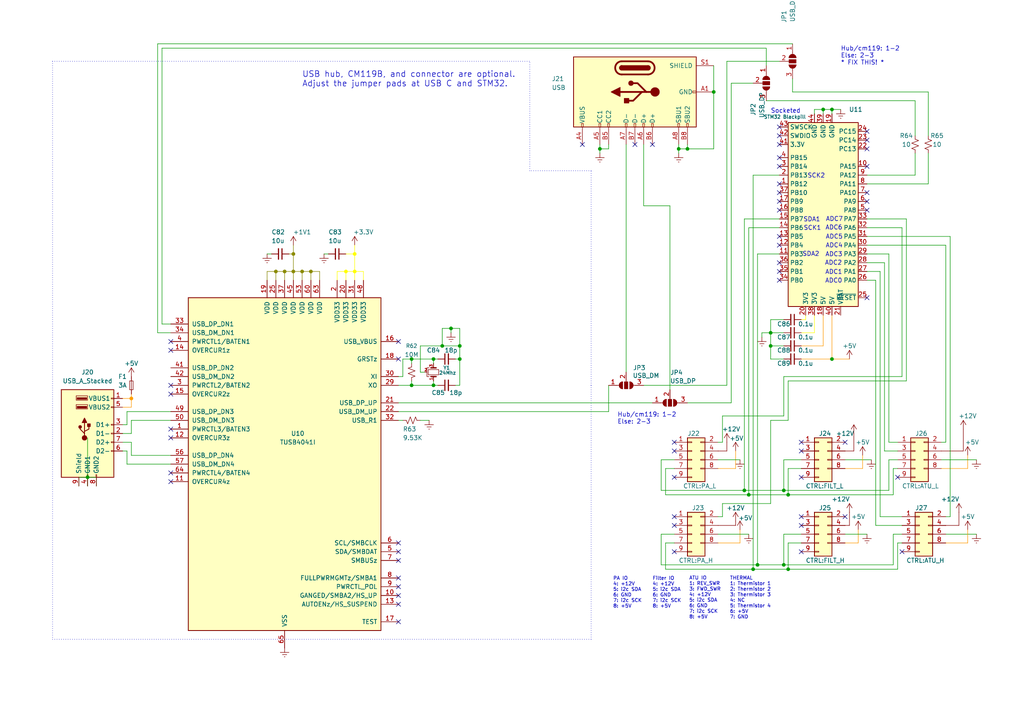
<source format=kicad_sch>
(kicad_sch (version 20231120) (generator "eeschema") (generator_version "8.0")
  (paper "A4")
  (title_block (title "Control Logic") (rev "2023/08/20"))
  (lib_symbols
    (symbol "Connector:USB_A_Stacked" (pin_names (offset 1.016))
      (property "Reference" "J" (at 0 15.875 0))
      (property "Value" "USB_A_Stacked" (at 0 13.97 0))
      (symbol "USB_A_Stacked_1_1"
        (pin power_in line (at 10.16 10.16 180) (length 2.54) (name "VBUS1") (number "1"))
        (pin bidirectional line (at 10.16 0 180) (length 2.54) (name "D1-") (number "2"))
        (pin bidirectional line (at 10.16 2.54 180) (length 2.54) (name "D1+") (number "3"))
        (pin power_in line (at 0 -15.24 90) (length 2.54) (name "GND1") (number "4"))
        (pin power_in line (at 10.16 7.62 180) (length 2.54) (name "VBUS2") (number "5"))
        (pin bidirectional line (at 10.16 -5.08 180) (length 2.54) (name "D2-") (number "6"))
        (pin bidirectional line (at 10.16 -2.54 180) (length 2.54) (name "D2+") (number "7"))
        (pin power_in line (at 2.54 -15.24 90) (length 2.54) (name "GND2") (number "8"))
        (pin passive line (at -2.54 -15.24 90) (length 2.54) (name "Shield") (number "9"))
      )
    )
    (symbol "Connector:USB_C_Receptacle_USB2.0" (pin_names (offset 1.016))
      (property "Reference" "J" (at -10.16 19.05 0))
      (property "Value" "USB_C_Receptacle_USB2.0" (at 19.05 19.05 0))
      (symbol "USB_C_Receptacle_USB2.0_1_1"
        (pin passive line (at 0 -22.86 90) (length 5.08) (name "GND") (number "A1"))
        (pin passive line (at 0 -22.86 90) (length 5.08) hide (name "GND") (number "A12"))
        (pin passive line (at 15.24 15.24 180) (length 5.08) (name "VBUS") (number "A4"))
        (pin bidirectional line (at 15.24 10.16 180) (length 5.08) (name "CC1") (number "A5"))
        (pin bidirectional line (at 15.24 -2.54 180) (length 5.08) (name "D+") (number "A6"))
        (pin bidirectional line (at 15.24 2.54 180) (length 5.08) (name "D-") (number "A7"))
        (pin bidirectional line (at 15.24 -12.7 180) (length 5.08) (name "SBU1") (number "A8"))
        (pin passive line (at 15.24 15.24 180) (length 5.08) hide (name "VBUS") (number "A9"))
        (pin passive line (at 0 -22.86 90) (length 5.08) hide (name "GND") (number "B1"))
        (pin passive line (at 0 -22.86 90) (length 5.08) hide (name "GND") (number "B12"))
        (pin passive line (at 15.24 15.24 180) (length 5.08) hide (name "VBUS") (number "B4"))
        (pin bidirectional line (at 15.24 7.62 180) (length 5.08) (name "CC2") (number "B5"))
        (pin bidirectional line (at 15.24 -5.08 180) (length 5.08) (name "D+") (number "B6"))
        (pin bidirectional line (at 15.24 0 180) (length 5.08) (name "D-") (number "B7"))
        (pin bidirectional line (at 15.24 -15.24 180) (length 5.08) (name "SBU2") (number "B8"))
        (pin passive line (at 15.24 15.24 180) (length 5.08) hide (name "VBUS") (number "B9"))
        (pin passive line (at -7.62 -22.86 90) (length 5.08) (name "SHIELD") (number "S1"))
      )
    )
    (symbol "Connector_Generic:Conn_2Rows-09Pins" (pin_names (offset 1.016) hide)
      (property "Reference" "J" (at 1.27 7.62 0))
      (property "Value" "Conn_2Rows-09Pins" (at 1.27 -7.62 0))
      (symbol "Conn_2Rows-09Pins_1_1"
        (pin passive line (at -5.08 5.08 0) (length 3.81) (name "Pin_1") (number "1"))
        (pin passive line (at 7.62 5.08 180) (length 3.81) (name "Pin_2") (number "2"))
        (pin passive line (at -5.08 2.54 0) (length 3.81) (name "Pin_3") (number "3"))
        (pin passive line (at 7.62 2.54 180) (length 3.81) (name "Pin_4") (number "4"))
        (pin passive line (at -5.08 0 0) (length 3.81) (name "Pin_5") (number "5"))
        (pin passive line (at 7.62 0 180) (length 3.81) (name "Pin_6") (number "6"))
        (pin passive line (at -5.08 -2.54 0) (length 3.81) (name "Pin_7") (number "7"))
        (pin passive line (at 7.62 -2.54 180) (length 3.81) (name "Pin_8") (number "8"))
        (pin passive line (at -5.08 -5.08 0) (length 3.81) (name "Pin_9") (number "9"))
      )
    )
    (symbol "Device:C_Small" (pin_numbers hide) (pin_names (offset 0.254) hide)
      (property "Reference" "C" (at 0.254 1.778 0))
      (property "Value" "C_Small" (at 0.254 -2.032 0))
      (symbol "C_Small_1_1"
        (pin passive line (at 0 2.54 270) (length 2.032) (name "~") (number "1"))
        (pin passive line (at 0 -2.54 90) (length 2.032) (name "~") (number "2"))
      )
    )
    (symbol "Device:Crystal_GND2_Small" (pin_names (offset 1.016) hide)
      (property "Reference" "Y" (at 0 5.08 0))
      (property "Value" "Crystal_GND2_Small" (at 0 3.175 0))
      (symbol "Crystal_GND2_Small_1_1"
        (pin passive line (at -2.54 0 0) (length 1.27) (name "1") (number "1"))
        (pin passive line (at 0 -2.54 90) (length 0.635) (name "2") (number "2"))
        (pin passive line (at 2.54 0 180) (length 1.27) (name "3") (number "3"))
      )
    )
    (symbol "Device:Fuse_Small" (pin_numbers hide) (pin_names (offset 0.254) hide)
      (property "Reference" "F" (at 0 -1.524 0))
      (property "Value" "Fuse_Small" (at 0 1.524 0))
      (symbol "Fuse_Small_1_1"
        (pin passive line (at -2.54 0 0) (length 1.27) (name "~") (number "1"))
        (pin passive line (at 2.54 0 180) (length 1.27) (name "~") (number "2"))
      )
    )
    (symbol "Device:R_Small_US" (pin_numbers hide) (pin_names (offset 0.254) hide)
      (property "Reference" "R" (at 0.762 0.508 0))
      (property "Value" "R_Small_US" (at 0.762 -1.016 0))
      (symbol "R_Small_US_1_1"
        (pin passive line (at 0 2.54 270) (length 1.016) (name "~") (number "1"))
        (pin passive line (at 0 -2.54 90) (length 1.016) (name "~") (number "2"))
      )
    )
    (symbol "Interface_USB:TUSB4041I" (pin_names (offset 1.016))
      (property "Reference" "U" (at 15.24 53.34 0))
      (property "Value" "TUSB4041I" (at 15.24 50.8 0))
      (symbol "TUSB4041I_1_1"
        (pin bidirectional line (at 33.02 10.16 180) (length 5.08) (name "PWRCTL3/BATEN3") (number "1"))
        (pin bidirectional line (at -33.02 -38.1 0) (length 5.08) (name "GANGED/SMBA2/HS_UP") (number "10"))
        (pin input line (at 33.02 -5.08 180) (length 5.08) (name "OVERCUR4z") (number "11"))
        (pin input line (at 33.02 7.62 180) (length 5.08) (name "OVERCUR3z") (number "12"))
        (pin bidirectional line (at -33.02 -40.64 0) (length 5.08) (name "AUTOENz/HS_SUSPEND") (number "13"))
        (pin input line (at 33.02 33.02 180) (length 5.08) (name "OVERCUR1z") (number "14"))
        (pin input line (at 33.02 20.32 180) (length 5.08) (name "OVERCUR2z") (number "15"))
        (pin input line (at -33.02 35.56 0) (length 5.08) (name "USB_VBUS") (number "16"))
        (pin input line (at -33.02 -45.72 0) (length 5.08) (name "TEST") (number "17"))
        (pin input line (at -33.02 30.48 0) (length 5.08) (name "GRSTz") (number "18"))
        (pin power_in line (at 5.08 53.34 270) (length 5.08) (name "VDD") (number "19"))
        (pin power_in line (at -15.24 53.34 270) (length 5.08) (name "VDD33") (number "2"))
        (pin power_in line (at -17.78 53.34 270) (length 5.08) (name "VDD33") (number "20"))
        (pin bidirectional line (at -33.02 17.78 0) (length 5.08) (name "USB_DP_UP") (number "21"))
        (pin bidirectional line (at -33.02 15.24 0) (length 5.08) (name "USB_DM_UP") (number "22"))
        (pin bidirectional line (at 33.02 -17.78 180) (length 5.08) hide (name "RSVD") (number "23"))
        (pin bidirectional line (at 33.02 -20.32 180) (length 5.08) hide (name "RSVD") (number "24"))
        (pin power_in line (at 2.54 53.34 270) (length 5.08) (name "VDD") (number "25"))
        (pin bidirectional line (at 33.02 -22.86 180) (length 5.08) hide (name "RSVD") (number "26"))
        (pin bidirectional line (at 33.02 -25.4 180) (length 5.08) hide (name "RSVD") (number "27"))
        (pin no_connect line (at 33.02 -43.18 180) (length 5.08) hide (name "NC") (number "28"))
        (pin output line (at -33.02 22.86 0) (length 5.08) (name "XO") (number "29"))
        (pin bidirectional line (at 33.02 22.86 180) (length 5.08) (name "PWRCTL2/BATEN2") (number "3"))
        (pin input line (at -33.02 25.4 0) (length 5.08) (name "XI") (number "30"))
        (pin power_in line (at -20.32 53.34 270) (length 5.08) (name "VDD33") (number "31"))
        (pin input line (at -33.02 12.7 0) (length 5.08) (name "USB_R1") (number "32"))
        (pin bidirectional line (at 33.02 40.64 180) (length 5.08) (name "USB_DP_DN1") (number "33"))
        (pin bidirectional line (at 33.02 38.1 180) (length 5.08) (name "USB_DM_DN1") (number "34"))
        (pin bidirectional line (at 33.02 -27.94 180) (length 5.08) hide (name "RSVD") (number "35"))
        (pin bidirectional line (at 33.02 -30.48 180) (length 5.08) hide (name "RSVD") (number "36"))
        (pin power_in line (at 0 53.34 270) (length 5.08) (name "VDD") (number "37"))
        (pin bidirectional line (at 33.02 -33.02 180) (length 5.08) hide (name "RSVD") (number "38"))
        (pin bidirectional line (at 33.02 -35.56 180) (length 5.08) hide (name "RSVD") (number "39"))
        (pin bidirectional line (at 33.02 35.56 180) (length 5.08) (name "PWRCTL1/BATEN1") (number "4"))
        (pin no_connect line (at 33.02 -45.72 180) (length 5.08) hide (name "NC") (number "40"))
        (pin bidirectional line (at 33.02 27.94 180) (length 5.08) (name "USB_DP_DN2") (number "41"))
        (pin bidirectional line (at 33.02 25.4 180) (length 5.08) (name "USB_DM_DN2") (number "42"))
        (pin bidirectional line (at 33.02 -38.1 180) (length 5.08) hide (name "RSVD") (number "43"))
        (pin bidirectional line (at -33.02 7.62 0) (length 5.08) hide (name "RSVD") (number "44"))
        (pin power_in line (at -2.54 53.34 270) (length 5.08) (name "VDD") (number "45"))
        (pin bidirectional line (at -33.02 5.08 0) (length 5.08) hide (name "RSVD") (number "46"))
        (pin bidirectional line (at -33.02 2.54 0) (length 5.08) hide (name "RSVD") (number "47"))
        (pin power_in line (at -22.86 53.34 270) (length 5.08) (name "VDD33") (number "48"))
        (pin bidirectional line (at 33.02 15.24 180) (length 5.08) (name "USB_DP_DN3") (number "49"))
        (pin bidirectional line (at -33.02 -25.4 0) (length 5.08) (name "SDA/SMBDAT") (number "5"))
        (pin bidirectional line (at 33.02 12.7 180) (length 5.08) (name "USB_DM_DN3") (number "50"))
        (pin bidirectional line (at -33.02 0 0) (length 5.08) hide (name "RSVD") (number "51"))
        (pin bidirectional line (at -33.02 -2.54 0) (length 5.08) hide (name "RSVD") (number "52"))
        (pin power_in line (at -5.08 53.34 270) (length 5.08) (name "VDD") (number "53"))
        (pin bidirectional line (at -33.02 -5.08 0) (length 5.08) hide (name "RSVD") (number "54"))
        (pin bidirectional line (at -33.02 -7.62 0) (length 5.08) hide (name "RSVD") (number "55"))
        (pin bidirectional line (at 33.02 2.54 180) (length 5.08) (name "USB_DP_DN4") (number "56"))
        (pin bidirectional line (at 33.02 0 180) (length 5.08) (name "USB_DM_DN4") (number "57"))
        (pin bidirectional line (at -33.02 -10.16 0) (length 5.08) hide (name "RSVD") (number "58"))
        (pin bidirectional line (at -33.02 -12.7 0) (length 5.08) hide (name "RSVD") (number "59"))
        (pin bidirectional line (at -33.02 -22.86 0) (length 5.08) (name "SCL/SMBCLK") (number "6"))
        (pin power_in line (at -7.62 53.34 270) (length 5.08) (name "VDD") (number "60"))
        (pin bidirectional line (at -33.02 -15.24 0) (length 5.08) hide (name "RSVD") (number "61"))
        (pin bidirectional line (at -33.02 -17.78 0) (length 5.08) hide (name "RSVD") (number "62"))
        (pin power_in line (at -10.16 53.34 270) (length 5.08) (name "VDD") (number "63"))
        (pin bidirectional line (at 33.02 -2.54 180) (length 5.08) (name "PWRCTL4/BATEN4") (number "64"))
        (pin power_in line (at 0 -53.34 90) (length 5.08) (name "VSS") (number "65"))
        (pin bidirectional line (at -33.02 -27.94 0) (length 5.08) (name "SMBUSz") (number "7"))
        (pin bidirectional line (at -33.02 -33.02 0) (length 5.08) (name "FULLPWRMGMTz/SMBA1") (number "8"))
        (pin bidirectional line (at -33.02 -35.56 0) (length 5.08) (name "PWRCTL_POL") (number "9"))
      )
    )
    (symbol "Jumper:SolderJumper_3_Open" (pin_names (offset 0) hide)
      (property "Reference" "JP" (at -2.54 -2.54 0))
      (property "Value" "SolderJumper_3_Open" (at 0 2.794 0))
      (symbol "SolderJumper_3_Open_1_1"
        (pin passive line (at -5.08 0 0) (length 2.54) (name "A") (number "1"))
        (pin passive line (at 0 -3.81 90) (length 2.54) (name "C") (number "2"))
        (pin passive line (at 5.08 0 180) (length 2.54) (name "B") (number "3"))
      )
    )
    (symbol "blackpill_stlink:BlackPill_STLINK"
      (property "Reference" "U6" (at 4.5594 -27.5495 0))
      (property "Value" "BlackPill_STLINK" (at 4.5594 -30.3246 0))
      (symbol "BlackPill_STLINK_1_1"
        (pin bidirectional line (at 12.7 -7.62 180) (length 2.54) (name "PB12") (number "1"))
        (pin bidirectional line (at -12.7 -12.7 0) (length 2.54) (name "PA15") (number "10"))
        (pin bidirectional line (at 12.7 12.7 180) (length 2.54) (name "PB3") (number "11"))
        (pin bidirectional line (at 12.7 10.16 180) (length 2.54) (name "PB4") (number "12"))
        (pin bidirectional line (at 12.7 7.62 180) (length 2.54) (name "PB5") (number "13"))
        (pin bidirectional line (at 12.7 5.08 180) (length 2.54) (name "PB6") (number "14"))
        (pin bidirectional line (at 12.7 2.54 180) (length 2.54) (name "PB7") (number "15"))
        (pin bidirectional line (at 12.7 0 180) (length 2.54) (name "PB8") (number "16"))
        (pin bidirectional line (at 12.7 -2.54 180) (length 2.54) (name "PB9") (number "17"))
        (pin power_in line (at 0 30.48 270) (length 2.54) (name "5V") (number "18"))
        (pin power_in line (at -2.54 -27.94 90) (length 2.54) (name "GND") (number "19"))
        (pin bidirectional line (at 12.7 -10.16 180) (length 2.54) (name "PB13") (number "2"))
        (pin power_out line (at 5.08 30.48 270) (length 2.54) (name "3V3") (number "20"))
        (pin power_in line (at -5.08 30.48 270) (length 2.54) (name "VBAT") (number "21"))
        (pin bidirectional line (at -12.7 -17.78 0) (length 2.54) (name "PC13") (number "22"))
        (pin bidirectional line (at -12.7 -20.32 0) (length 2.54) (name "PC14") (number "23"))
        (pin bidirectional line (at -12.7 -22.86 0) (length 2.54) (name "PC15") (number "24"))
        (pin input line (at -12.7 25.4 0) (length 2.54) (name "~{RESET}") (number "25"))
        (pin bidirectional line (at -12.7 20.32 0) (length 2.54) (name "PA0") (number "26"))
        (pin bidirectional line (at -12.7 17.78 0) (length 2.54) (name "PA1") (number "27"))
        (pin bidirectional line (at -12.7 15.24 0) (length 2.54) (name "PA2") (number "28"))
        (pin bidirectional line (at -12.7 12.7 0) (length 2.54) (name "PA3") (number "29"))
        (pin bidirectional line (at 12.7 -12.7 180) (length 2.54) (name "PB14") (number "3"))
        (pin bidirectional line (at -12.7 10.16 0) (length 2.54) (name "PA4") (number "30"))
        (pin bidirectional line (at -12.7 7.62 0) (length 2.54) (name "PA5") (number "31"))
        (pin bidirectional line (at -12.7 5.08 0) (length 2.54) (name "PA6") (number "32"))
        (pin bidirectional line (at -12.7 2.54 0) (length 2.54) (name "PA7") (number "33"))
        (pin bidirectional line (at 12.7 20.32 180) (length 2.54) (name "PB0") (number "34"))
        (pin bidirectional line (at 12.7 17.78 180) (length 2.54) (name "PB1") (number "35"))
        (pin bidirectional line (at 12.7 15.24 180) (length 2.54) (name "PB2") (number "36"))
        (pin bidirectional line (at 12.7 -5.08 180) (length 2.54) (name "PB10") (number "37"))
        (pin power_out line (at 2.54 30.48 270) (length 2.54) (name "3V3") (number "38"))
        (pin power_in line (at 0 -27.94 90) (length 2.54) (name "GND") (number "39"))
        (pin bidirectional line (at 12.7 -15.24 180) (length 2.54) (name "PB15") (number "4"))
        (pin passive line (at -2.54 30.48 270) (length 2.54) (name "5V") (number "40"))
        (pin power_out line (at 12.7 -19.05 180) (length 2.54) (name "3.3V") (number "41"))
        (pin bidirectional line (at 12.7 -21.59 180) (length 2.54) (name "SWDIO") (number "42"))
        (pin bidirectional line (at 12.7 -24.13 180) (length 2.54) (name "SWSCK") (number "43"))
        (pin power_in line (at 2.54 -27.94 90) (length 2.54) (name "GND") (number "44"))
        (pin bidirectional line (at -12.7 0 0) (length 2.54) (name "PA8") (number "5"))
        (pin bidirectional line (at -12.7 -2.54 0) (length 2.54) (name "PA9") (number "6"))
        (pin bidirectional line (at -12.7 -5.08 0) (length 2.54) (name "PA10") (number "7"))
        (pin bidirectional line (at -12.7 -7.62 0) (length 2.54) (name "PA11") (number "8"))
        (pin bidirectional line (at -12.7 -10.16 0) (length 2.54) (name "PA12") (number "9"))
      )
    )
    (symbol "power:+12V" (power) (pin_names (offset 0))
      (property "Value" "+12V" (at 0 3.556 0))
      (symbol "+12V_1_1"
        (pin power_in line (at 0 0 90) (length 0) hide (name "+12V") (number "1"))
      )
    )
    (symbol "power:+1V1" (power) (pin_names (offset 0))
      (property "Value" "+1V1" (at 0 3.556 0))
      (symbol "+1V1_1_1"
        (pin power_in line (at 0 0 90) (length 0) hide (name "+1V1") (number "1"))
      )
    )
    (symbol "power:+3.3V" (power) (pin_names (offset 0))
      (property "Value" "+3.3V" (at 0 3.556 0))
      (symbol "+3.3V_1_1"
        (pin power_in line (at 0 0 90) (length 0) hide (name "+3.3V") (number "1"))
      )
    )
    (symbol "power:+5V" (power) (pin_names (offset 0))
      (property "Value" "+5V" (at 0 3.556 0))
      (symbol "+5V_1_1"
        (pin power_in line (at 0 0 90) (length 0) hide (name "+5V") (number "1"))
      )
    )
    (symbol "power:Earth" (power) (pin_names (offset 0))
      (symbol "Earth_1_1"
        (pin power_in line (at 0 0 270) (length 0) hide (name "Earth") (number "1"))
      )
    )
  )
  (junction (at 223.52 96.52))
  (junction (at 102.87 78.74) (color 255 255 0 1))
  (junction (at 80.01 78.74) (color 132 132 0 1))
  (junction (at 38.1 115.57) (color 255 153 0 1))
  (junction (at 219.71 163.83))
  (junction (at 241.3 104.14))
  (junction (at 102.87 73.66) (color 255 255 0 1))
  (junction (at 228.6 165.1))
  (junction (at 85.09 78.74) (color 132 132 0 1))
  (junction (at 215.9 142.24))
  (junction (at 217.17 143.51))
  (junction (at 85.09 73.66) (color 132 132 0 1))
  (junction (at 227.33 163.83))
  (junction (at 207.01 26.67))
  (junction (at 130.81 95.25))
  (junction (at 218.44 165.1))
  (junction (at 238.76 31.75))
  (junction (at 125.73 104.14))
  (junction (at 90.17 78.74) (color 132 132 0 1))
  (junction (at 173.99 43.18))
  (junction (at 87.63 78.74) (color 132 132 0 1))
  (junction (at 133.35 104.14))
  (junction (at 223.52 100.33))
  (junction (at 133.35 100.33))
  (junction (at 227.33 142.24))
  (junction (at 241.3 31.75))
  (junction (at 199.39 43.18))
  (junction (at 100.33 78.74) (color 255 255 0 1))
  (junction (at 128.27 100.33))
  (junction (at 196.85 43.18))
  (junction (at 119.38 111.76))
  (junction (at 25.4 138.43))
  (junction (at 119.38 104.14))
  (junction (at 82.55 78.74) (color 132 132 0 1))
  (junction (at 125.73 111.76))
  (junction (at 228.6 143.51))
  (no_connect (at 49.53 114.3))
  (no_connect (at 115.57 157.48))
  (no_connect (at 115.57 162.56))
  (no_connect (at 226.06 55.88))
  (no_connect (at 49.53 139.7))
  (no_connect (at 226.06 81.28))
  (no_connect (at 232.41 128.27))
  (no_connect (at 195.58 138.43))
  (no_connect (at 184.15 41.91))
  (no_connect (at 245.11 149.86))
  (no_connect (at 115.57 104.14))
  (no_connect (at 251.46 43.18))
  (no_connect (at 115.57 180.34))
  (no_connect (at 226.06 78.74))
  (no_connect (at 195.58 160.02))
  (no_connect (at 49.53 99.06))
  (no_connect (at 115.57 175.26))
  (no_connect (at 251.46 40.64))
  (no_connect (at 226.06 48.26))
  (no_connect (at 245.11 128.27))
  (no_connect (at 189.23 41.91))
  (no_connect (at 226.06 71.12))
  (no_connect (at 168.91 41.91))
  (no_connect (at 49.53 111.76))
  (no_connect (at 195.58 128.27))
  (no_connect (at 49.53 124.46))
  (no_connect (at 115.57 170.18))
  (no_connect (at 232.41 130.81))
  (no_connect (at 261.62 160.02))
  (no_connect (at 115.57 160.02))
  (no_connect (at 226.06 41.91))
  (no_connect (at 232.41 149.86))
  (no_connect (at 226.06 53.34))
  (no_connect (at 195.58 152.4))
  (no_connect (at 115.57 172.72))
  (no_connect (at 115.57 167.64))
  (no_connect (at 251.46 55.88))
  (no_connect (at 49.53 137.16))
  (no_connect (at 232.41 138.43))
  (no_connect (at 115.57 99.06))
  (no_connect (at 232.41 160.02))
  (no_connect (at 49.53 127))
  (no_connect (at 251.46 58.42))
  (no_connect (at 226.06 58.42))
  (no_connect (at 251.46 38.1))
  (no_connect (at 226.06 68.58))
  (no_connect (at 226.06 60.96))
  (no_connect (at 251.46 86.36))
  (no_connect (at 251.46 60.96))
  (no_connect (at 226.06 39.37))
  (no_connect (at 260.35 138.43))
  (no_connect (at 226.06 76.2))
  (no_connect (at 251.46 48.26))
  (no_connect (at 195.58 149.86))
  (no_connect (at 195.58 130.81))
  (no_connect (at 226.06 45.72))
  (no_connect (at 232.41 152.4))
  (no_connect (at 226.06 36.83))
  (no_connect (at 49.53 101.6))
  (wire (pts (xy 102.87 81.28) (xy 102.87 78.74)) (stroke (width 0) (color 255 255 0 1)))
  (wire (pts (xy 191.77 142.24) (xy 215.9 142.24)))
  (wire (pts (xy 121.92 107.95) (xy 121.92 100.33)))
  (wire (pts (xy 227.33 92.71) (xy 223.52 92.71)))
  (wire (pts (xy 218.44 165.1) (xy 228.6 165.1)))
  (wire (pts (xy 173.99 43.18) (xy 173.99 41.91)))
  (wire (pts (xy 217.17 154.94) (xy 208.28 154.94)))
  (wire (pts (xy 274.32 71.12) (xy 251.46 71.12)))
  (wire (pts (xy 209.55 146.05) (xy 209.55 149.86)))
  (wire (pts (xy 241.3 33.02) (xy 241.3 31.75)))
  (wire (pts (xy 125.73 111.76) (xy 127 111.76)))
  (polyline (pts (xy 92.71 17.78) (xy 92.71 17.78)))
  (wire (pts (xy 209.55 149.86) (xy 208.28 149.86)))
  (wire (pts (xy 82.55 81.28) (xy 82.55 78.74)) (stroke (width 0) (color 132 132 0 1)))
  (wire (pts (xy 222.25 29.21) (xy 265.43 29.21)))
  (wire (pts (xy 232.41 157.48) (xy 228.6 157.48)))
  (polyline (pts (xy 171.45 111.76) (xy 171.45 111.76)))
  (wire (pts (xy 116.84 104.14) (xy 116.84 109.22)))
  (wire (pts (xy 254 152.4) (xy 261.62 152.4)))
  (wire (pts (xy 36.83 130.81) (xy 35.56 130.81)))
  (wire (pts (xy 227.33 163.83) (xy 259.08 163.83)))
  (wire (pts (xy 261.62 154.94) (xy 259.08 154.94)))
  (wire (pts (xy 275.59 68.58) (xy 251.46 68.58)))
  (wire (pts (xy 257.81 128.27) (xy 260.35 128.27)))
  (wire (pts (xy 45.72 12.7) (xy 45.72 96.52)))
  (wire (pts (xy 132.08 104.14) (xy 133.35 104.14)))
  (wire (pts (xy 238.76 33.02) (xy 238.76 31.75)))
  (wire (pts (xy 85.09 73.66) (xy 83.82 73.66)) (stroke (width 0) (color 132 132 0 1)))
  (wire (pts (xy 245.11 154.94) (xy 251.46 154.94)))
  (wire (pts (xy 191.77 133.35) (xy 195.58 133.35)))
  (polyline (pts (xy 15.24 17.78) (xy 15.24 185.42)) (stroke (width 0) (type dot)))
  (wire (pts (xy 115.57 111.76) (xy 119.38 111.76)))
  (wire (pts (xy 186.69 111.76) (xy 210.82 111.76)))
  (wire (pts (xy 115.57 116.84) (xy 189.23 116.84)))
  (wire (pts (xy 241.3 104.14) (xy 246.38 104.14)) (stroke (width 0) (color 255 153 0 1)))
  (wire (pts (xy 274.32 71.12) (xy 274.32 128.27)))
  (wire (pts (xy 121.92 121.92) (xy 124.46 121.92)))
  (wire (pts (xy 217.17 66.04) (xy 217.17 143.51)))
  (wire (pts (xy 125.73 104.14) (xy 125.73 105.41)))
  (wire (pts (xy 278.13 152.4) (xy 274.32 152.4)) (stroke (width 0) (color 132 0 0 1)))
  (wire (pts (xy 176.53 41.91) (xy 176.53 43.18)))
  (wire (pts (xy 283.21 154.94) (xy 274.32 154.94)))
  (wire (pts (xy 223.52 104.14) (xy 223.52 100.33)))
  (wire (pts (xy 132.08 111.76) (xy 133.35 111.76)))
  (wire (pts (xy 269.24 53.34) (xy 251.46 53.34)))
  (wire (pts (xy 102.87 73.66) (xy 102.87 71.12)) (stroke (width 0) (color 255 255 0 1)))
  (wire (pts (xy 220.98 96.52) (xy 223.52 96.52)))
  (wire (pts (xy 208.28 128.27) (xy 209.55 128.27)))
  (wire (pts (xy 232.41 135.89) (xy 228.6 135.89)))
  (wire (pts (xy 176.53 111.76) (xy 176.53 119.38)))
  (wire (pts (xy 38.1 132.08) (xy 38.1 128.27)))
  (wire (pts (xy 236.22 31.75) (xy 238.76 31.75)))
  (wire (pts (xy 280.67 157.48) (xy 274.32 157.48)) (stroke (width 0) (color 255 153 0 1)))
  (wire (pts (xy 193.04 157.48) (xy 195.58 157.48)))
  (wire (pts (xy 228.6 110.49) (xy 228.6 121.92)))
  (wire (pts (xy 102.87 73.66) (xy 100.33 73.66)) (stroke (width 0) (color 255 255 0 1)))
  (wire (pts (xy 193.04 135.89) (xy 193.04 143.51)))
  (wire (pts (xy 212.09 116.84) (xy 212.09 24.13)))
  (wire (pts (xy 208.28 152.4) (xy 213.36 152.4)) (stroke (width 0) (color 132 0 0 1)))
  (wire (pts (xy 176.53 119.38) (xy 115.57 119.38)))
  (wire (pts (xy 251.46 63.5) (xy 262.89 63.5)))
  (wire (pts (xy 280.67 135.89) (xy 273.05 135.89)) (stroke (width 0) (color 255 153 0 1)))
  (wire (pts (xy 38.1 114.3) (xy 38.1 115.57)) (stroke (width 0) (color 255 153 0 1)))
  (wire (pts (xy 261.62 66.04) (xy 251.46 66.04)))
  (polyline (pts (xy 171.45 185.42) (xy 171.45 111.76)) (stroke (width 0) (type dot)))
  (wire (pts (xy 228.6 121.92) (xy 223.52 121.92)))
  (wire (pts (xy 125.73 111.76) (xy 125.73 110.49)))
  (wire (pts (xy 199.39 43.18) (xy 196.85 43.18)))
  (polyline (pts (xy 171.45 111.76) (xy 171.45 49.53)) (stroke (width 0) (type dot)))
  (wire (pts (xy 227.33 133.35) (xy 227.33 142.24)))
  (wire (pts (xy 22.86 140.97) (xy 22.86 138.43)))
  (wire (pts (xy 80.01 78.74) (xy 82.55 78.74)) (stroke (width 0) (color 132 132 0 1)))
  (wire (pts (xy 238.76 100.33) (xy 238.76 91.44)) (stroke (width 0) (color 255 153 0 1)))
  (wire (pts (xy 92.71 78.74) (xy 90.17 78.74)) (stroke (width 0) (color 132 132 0 1)))
  (wire (pts (xy 210.82 130.81) (xy 210.82 128.27)) (stroke (width 0) (color 132 0 0 1)))
  (wire (pts (xy 212.09 24.13) (xy 218.44 24.13)))
  (wire (pts (xy 279.4 124.46) (xy 279.4 130.81)) (stroke (width 0) (color 132 0 0 1)))
  (wire (pts (xy 219.71 73.66) (xy 219.71 163.83)))
  (wire (pts (xy 223.52 121.92) (xy 223.52 146.05)))
  (wire (pts (xy 181.61 41.91) (xy 181.61 107.95)))
  (wire (pts (xy 199.39 116.84) (xy 212.09 116.84)))
  (wire (pts (xy 241.3 104.14) (xy 241.3 91.44)) (stroke (width 0) (color 255 153 0 1)))
  (wire (pts (xy 85.09 78.74) (xy 87.63 78.74)) (stroke (width 0) (color 132 132 0 1)))
  (wire (pts (xy 36.83 134.62) (xy 49.53 134.62)))
  (wire (pts (xy 228.6 157.48) (xy 228.6 165.1)))
  (wire (pts (xy 97.79 81.28) (xy 97.79 78.74)) (stroke (width 0) (color 255 255 0 1)))
  (wire (pts (xy 228.6 165.1) (xy 260.35 165.1)))
  (wire (pts (xy 226.06 66.04) (xy 217.17 66.04)))
  (wire (pts (xy 100.33 81.28) (xy 100.33 78.74)) (stroke (width 0) (color 255 255 0 1)))
  (wire (pts (xy 251.46 73.66) (xy 257.81 73.66)))
  (wire (pts (xy 38.1 118.11) (xy 38.1 115.57)) (stroke (width 0) (color 255 153 0 1)))
  (wire (pts (xy 223.52 96.52) (xy 223.52 92.71)))
  (wire (pts (xy 22.86 138.43) (xy 25.4 138.43)))
  (wire (pts (xy 245.11 152.4) (xy 246.38 152.4)) (stroke (width 0) (color 132 0 0 1)))
  (wire (pts (xy 209.55 128.27) (xy 209.55 120.65)))
  (wire (pts (xy 77.47 78.74) (xy 80.01 78.74)) (stroke (width 0) (color 132 132 0 1)))
  (wire (pts (xy 199.39 41.91) (xy 199.39 43.18)))
  (wire (pts (xy 226.06 50.8) (xy 218.44 50.8)))
  (wire (pts (xy 213.36 130.81) (xy 213.36 135.89)) (stroke (width 0) (color 255 153 0 1)))
  (wire (pts (xy 256.54 130.81) (xy 260.35 130.81)))
  (wire (pts (xy 274.32 128.27) (xy 273.05 128.27)))
  (wire (pts (xy 229.87 26.67) (xy 229.87 22.86)))
  (wire (pts (xy 193.04 165.1) (xy 218.44 165.1)))
  (wire (pts (xy 233.68 92.71) (xy 232.41 92.71)) (stroke (width 0) (color 255 255 0 1)))
  (wire (pts (xy 186.69 59.69) (xy 194.31 59.69)))
  (wire (pts (xy 199.39 43.18) (xy 207.01 43.18)))
  (wire (pts (xy 46.99 13.97) (xy 222.25 13.97)))
  (wire (pts (xy 251.46 78.74) (xy 255.27 78.74)))
  (wire (pts (xy 238.76 100.33) (xy 232.41 100.33)) (stroke (width 0) (color 255 153 0 1)))
  (wire (pts (xy 210.82 17.78) (xy 226.06 17.78)))
  (wire (pts (xy 25.4 138.43) (xy 27.94 138.43)))
  (wire (pts (xy 217.17 143.51) (xy 228.6 143.51)))
  (polyline (pts (xy 15.24 185.42) (xy 171.45 185.42)) (stroke (width 0) (type dot)))
  (wire (pts (xy 38.1 121.92) (xy 49.53 121.92)))
  (wire (pts (xy 223.52 146.05) (xy 209.55 146.05)))
  (wire (pts (xy 226.06 63.5) (xy 215.9 63.5)))
  (wire (pts (xy 105.41 81.28) (xy 105.41 78.74)) (stroke (width 0) (color 255 255 0 1)))
  (wire (pts (xy 214.63 157.48) (xy 214.63 153.67)) (stroke (width 0) (color 255 153 0 1)))
  (wire (pts (xy 80.01 81.28) (xy 80.01 78.74)) (stroke (width 0) (color 132 132 0 1)))
  (wire (pts (xy 218.44 50.8) (xy 218.44 165.1)))
  (wire (pts (xy 261.62 157.48) (xy 260.35 157.48)))
  (wire (pts (xy 191.77 163.83) (xy 219.71 163.83)))
  (wire (pts (xy 275.59 149.86) (xy 274.32 149.86)))
  (wire (pts (xy 207.01 43.18) (xy 207.01 26.67)))
  (wire (pts (xy 133.35 104.14) (xy 133.35 100.33)))
  (wire (pts (xy 227.33 154.94) (xy 227.33 163.83)))
  (wire (pts (xy 191.77 142.24) (xy 191.77 133.35)))
  (wire (pts (xy 196.85 43.18) (xy 196.85 44.45)))
  (wire (pts (xy 278.13 148.59) (xy 278.13 152.4)) (stroke (width 0) (color 132 0 0 1)))
  (wire (pts (xy 232.41 133.35) (xy 227.33 133.35)))
  (wire (pts (xy 27.94 140.97) (xy 27.94 138.43)))
  (wire (pts (xy 262.89 110.49) (xy 228.6 110.49)))
  (wire (pts (xy 255.27 149.86) (xy 261.62 149.86)))
  (wire (pts (xy 246.38 148.59) (xy 246.38 152.4)) (stroke (width 0) (color 132 0 0 1)))
  (wire (pts (xy 115.57 121.92) (xy 116.84 121.92)))
  (wire (pts (xy 128.27 95.25) (xy 128.27 100.33)))
  (wire (pts (xy 119.38 104.14) (xy 116.84 104.14)))
  (wire (pts (xy 226.06 73.66) (xy 219.71 73.66)))
  (wire (pts (xy 223.52 100.33) (xy 223.52 96.52)))
  (wire (pts (xy 125.73 111.76) (xy 119.38 111.76)))
  (wire (pts (xy 130.81 95.25) (xy 128.27 95.25)))
  (wire (pts (xy 25.4 138.43) (xy 25.4 140.97)))
  (wire (pts (xy 257.81 73.66) (xy 257.81 128.27)))
  (wire (pts (xy 119.38 111.76) (xy 119.38 110.49)))
  (polyline (pts (xy 171.45 49.53) (xy 153.67 49.53)) (stroke (width 0) (type dot)))
  (wire (pts (xy 227.33 96.52) (xy 223.52 96.52)))
  (wire (pts (xy 248.92 153.67) (xy 248.92 157.48)) (stroke (width 0) (color 255 153 0 1)))
  (wire (pts (xy 236.22 96.52) (xy 236.22 91.44)) (stroke (width 0) (color 255 255 0 1)))
  (wire (pts (xy 87.63 81.28) (xy 87.63 78.74)) (stroke (width 0) (color 132 132 0 1)))
  (wire (pts (xy 213.36 135.89) (xy 208.28 135.89)) (stroke (width 0) (color 255 153 0 1)))
  (wire (pts (xy 227.33 100.33) (xy 223.52 100.33)))
  (wire (pts (xy 215.9 63.5) (xy 215.9 142.24)))
  (wire (pts (xy 102.87 78.74) (xy 102.87 73.66)) (stroke (width 0) (color 255 255 0 1)))
  (wire (pts (xy 123.19 107.95) (xy 121.92 107.95)))
  (wire (pts (xy 280.67 153.67) (xy 280.67 157.48)) (stroke (width 0) (color 255 153 0 1)))
  (wire (pts (xy 265.43 29.21) (xy 265.43 39.37)))
  (wire (pts (xy 252.73 133.35) (xy 245.11 133.35)))
  (wire (pts (xy 220.98 97.79) (xy 220.98 96.52)))
  (wire (pts (xy 195.58 135.89) (xy 193.04 135.89)))
  (wire (pts (xy 77.47 81.28) (xy 77.47 78.74)) (stroke (width 0) (color 132 132 0 1)))
  (wire (pts (xy 97.79 78.74) (xy 100.33 78.74)) (stroke (width 0) (color 255 255 0 1)))
  (wire (pts (xy 130.81 95.25) (xy 130.81 96.52)))
  (wire (pts (xy 121.92 100.33) (xy 128.27 100.33)))
  (wire (pts (xy 260.35 135.89) (xy 259.08 135.89)))
  (wire (pts (xy 176.53 43.18) (xy 173.99 43.18)))
  (wire (pts (xy 78.74 73.66) (xy 77.47 73.66)))
  (wire (pts (xy 260.35 157.48) (xy 260.35 165.1)))
  (wire (pts (xy 49.53 93.98) (xy 46.99 93.98)))
  (wire (pts (xy 46.99 13.97) (xy 46.99 93.98)))
  (wire (pts (xy 262.89 63.5) (xy 262.89 110.49)))
  (wire (pts (xy 35.56 118.11) (xy 38.1 118.11)) (stroke (width 0) (color 255 153 0 1)))
  (wire (pts (xy 259.08 154.94) (xy 259.08 163.83)))
  (wire (pts (xy 251.46 81.28) (xy 254 81.28)))
  (wire (pts (xy 92.71 81.28) (xy 92.71 78.74)) (stroke (width 0) (color 132 132 0 1)))
  (wire (pts (xy 90.17 81.28) (xy 90.17 78.74)) (stroke (width 0) (color 132 132 0 1)))
  (wire (pts (xy 250.19 132.08) (xy 250.19 135.89)) (stroke (width 0) (color 255 153 0 1)))
  (wire (pts (xy 261.62 109.22) (xy 261.62 66.04)))
  (wire (pts (xy 257.81 133.35) (xy 257.81 142.24)))
  (wire (pts (xy 213.36 152.4) (xy 213.36 151.13)) (stroke (width 0) (color 132 0 0 1)))
  (wire (pts (xy 208.28 157.48) (xy 214.63 157.48)) (stroke (width 0) (color 255 153 0 1)))
  (wire (pts (xy 254 81.28) (xy 254 152.4)))
  (wire (pts (xy 133.35 100.33) (xy 133.35 95.25)))
  (wire (pts (xy 273.05 133.35) (xy 283.21 133.35)))
  (wire (pts (xy 25.4 138.43) (xy 25.4 127)))
  (wire (pts (xy 259.08 143.51) (xy 228.6 143.51)))
  (wire (pts (xy 259.08 135.89) (xy 259.08 143.51)))
  (wire (pts (xy 229.87 26.67) (xy 269.24 26.67)))
  (wire (pts (xy 265.43 44.45) (xy 265.43 50.8)))
  (wire (pts (xy 255.27 78.74) (xy 255.27 149.86)))
  (wire (pts (xy 87.63 78.74) (xy 90.17 78.74)) (stroke (width 0) (color 132 132 0 1)))
  (wire (pts (xy 105.41 78.74) (xy 102.87 78.74)) (stroke (width 0) (color 255 255 0 1)))
  (wire (pts (xy 119.38 104.14) (xy 119.38 105.41)))
  (wire (pts (xy 193.04 165.1) (xy 193.04 157.48)))
  (wire (pts (xy 233.68 91.44) (xy 233.68 92.71)) (stroke (width 0) (color 255 255 0 1)))
  (wire (pts (xy 256.54 76.2) (xy 256.54 130.81)))
  (wire (pts (xy 227.33 120.65) (xy 227.33 109.22)))
  (wire (pts (xy 279.4 130.81) (xy 273.05 130.81)) (stroke (width 0) (color 132 0 0 1)))
  (wire (pts (xy 265.43 50.8) (xy 251.46 50.8)))
  (wire (pts (xy 85.09 81.28) (xy 85.09 78.74)) (stroke (width 0) (color 132 132 0 1)))
  (wire (pts (xy 116.84 109.22) (xy 115.57 109.22)))
  (wire (pts (xy 232.41 104.14) (xy 241.3 104.14)) (stroke (width 0) (color 255 153 0 1)))
  (wire (pts (xy 222.25 13.97) (xy 222.25 19.05)))
  (wire (pts (xy 186.69 41.91) (xy 186.69 59.69)))
  (wire (pts (xy 269.24 44.45) (xy 269.24 53.34)))
  (wire (pts (xy 36.83 134.62) (xy 36.83 130.81)))
  (wire (pts (xy 125.73 104.14) (xy 127 104.14)))
  (wire (pts (xy 38.1 125.73) (xy 38.1 121.92)))
  (polyline (pts (xy 15.24 17.78) (xy 153.67 17.78)) (stroke (width 0) (type dot)))
  (wire (pts (xy 208.28 133.35) (xy 214.63 133.35)))
  (wire (pts (xy 36.83 123.19) (xy 36.83 119.38)))
  (wire (pts (xy 260.35 133.35) (xy 257.81 133.35)))
  (wire (pts (xy 227.33 109.22) (xy 261.62 109.22)))
  (wire (pts (xy 38.1 132.08) (xy 49.53 132.08)))
  (wire (pts (xy 130.81 95.25) (xy 133.35 95.25)))
  (wire (pts (xy 85.09 78.74) (xy 85.09 73.66)) (stroke (width 0) (color 132 132 0 1)))
  (wire (pts (xy 245.11 157.48) (xy 248.92 157.48)) (stroke (width 0) (color 255 153 0 1)))
  (wire (pts (xy 196.85 41.91) (xy 196.85 43.18)))
  (wire (pts (xy 173.99 43.18) (xy 173.99 44.45)))
  (wire (pts (xy 247.65 130.81) (xy 245.11 130.81)) (stroke (width 0) (color 132 0 0 1)))
  (wire (pts (xy 194.31 59.69) (xy 194.31 113.03)))
  (wire (pts (xy 36.83 119.38) (xy 49.53 119.38)))
  (wire (pts (xy 236.22 33.02) (xy 236.22 31.75)))
  (wire (pts (xy 209.55 120.65) (xy 227.33 120.65)))
  (wire (pts (xy 45.72 12.7) (xy 229.87 12.7)))
  (wire (pts (xy 35.56 125.73) (xy 38.1 125.73)))
  (polyline (pts (xy 153.67 49.53) (xy 153.67 17.78)) (stroke (width 0) (type dot)))
  (wire (pts (xy 227.33 104.14) (xy 223.52 104.14)))
  (wire (pts (xy 133.35 111.76) (xy 133.35 104.14)))
  (wire (pts (xy 128.27 100.33) (xy 133.35 100.33)))
  (wire (pts (xy 85.09 73.66) (xy 85.09 71.12)) (stroke (width 0) (color 132 132 0 1)))
  (wire (pts (xy 195.58 154.94) (xy 191.77 154.94)))
  (wire (pts (xy 38.1 115.57) (xy 35.56 115.57)) (stroke (width 0) (color 255 153 0 1)))
  (wire (pts (xy 269.24 26.67) (xy 269.24 39.37)))
  (wire (pts (xy 251.46 76.2) (xy 256.54 76.2)))
  (wire (pts (xy 275.59 68.58) (xy 275.59 149.86)))
  (wire (pts (xy 36.83 123.19) (xy 35.56 123.19)))
  (wire (pts (xy 241.3 31.75) (xy 243.84 31.75)))
  (wire (pts (xy 257.81 142.24) (xy 227.33 142.24)))
  (wire (pts (xy 193.04 143.51) (xy 217.17 143.51)))
  (wire (pts (xy 238.76 31.75) (xy 241.3 31.75)))
  (wire (pts (xy 125.73 104.14) (xy 119.38 104.14)))
  (wire (pts (xy 215.9 142.24) (xy 227.33 142.24)))
  (wire (pts (xy 207.01 26.67) (xy 207.01 19.05)))
  (wire (pts (xy 82.55 78.74) (xy 85.09 78.74)) (stroke (width 0) (color 132 132 0 1)))
  (wire (pts (xy 208.28 130.81) (xy 210.82 130.81)) (stroke (width 0) (color 132 0 0 1)))
  (wire (pts (xy 35.56 128.27) (xy 38.1 128.27)))
  (wire (pts (xy 250.19 135.89) (xy 245.11 135.89)) (stroke (width 0) (color 255 153 0 1)))
  (wire (pts (xy 93.98 73.66) (xy 95.25 73.66)))
  (wire (pts (xy 191.77 154.94) (xy 191.77 163.83)))
  (wire (pts (xy 247.65 125.73) (xy 247.65 130.81)) (stroke (width 0) (color 132 0 0 1)))
  (wire (pts (xy 219.71 163.83) (xy 227.33 163.83)))
  (wire (pts (xy 210.82 17.78) (xy 210.82 111.76)))
  (wire (pts (xy 280.67 132.08) (xy 280.67 135.89)) (stroke (width 0) (color 255 153 0 1)))
  (wire (pts (xy 232.41 96.52) (xy 236.22 96.52)) (stroke (width 0) (color 255 255 0 1)))
  (wire (pts (xy 228.6 135.89) (xy 228.6 143.51)))
  (wire (pts (xy 232.41 154.94) (xy 227.33 154.94)))
  (wire (pts (xy 100.33 78.74) (xy 102.87 78.74)) (stroke (width 0) (color 255 255 0 1)))
  (wire (pts (xy 49.53 96.52) (xy 45.72 96.52)))
  (text "ADC7" (at 239.4858 64.4143 0) (effects (font (size 1.27 1.27)) (justify left bottom)))
  (text "SCK2" (at 234.1737 51.8292 0) (effects (font (size 1.27 1.27)) (justify left bottom)))
  (text "PA IO\n4: +12V\n5: i2c SDA\n6: GND\n7: i2c SCK\n8: +5V\n" (at 177.8 176.53 0) (effects (font (size 1 1)) (justify left bottom)))
  (text "ADC5" (at 239.4439 69.5394 0) (effects (font (size 1.27 1.27)) (justify left bottom)))
  (text "Filter IO\n4: +12V\n5: i2c SDA\n6: GND\n7: i2c SCK\n8: +5V\n" (at 189.23 176.53 0) (effects (font (size 1 1)) (justify left bottom)))
  (text "ADC0" (at 239.284 82.2904 0) (effects (font (size 1.27 1.27)) (justify left bottom)))
  (text "SDA2" (at 232.7114 74.5357 0) (effects (font (size 1.27 1.27)) (justify left bottom)))
  (text "ATU IO\n1: REV_SWR\n3: FWD_SWR\n4: +12V\n5: i2c SDA\n6: GND\n7: i2c SCK\n8: +5V\n" (at 199.8565 179.6548 0) (effects (font (size 1 1)) (justify left bottom)))
  (text "Hub/cm119: 1-2\nElse: 2-3" (at 179.07 123.19 0) (effects (font (size 1.27 1.27)) (justify left bottom)))
  (text "ADC4" (at 239.4245 72.0643 0) (effects (font (size 1.27 1.27)) (justify left bottom)))
  (text "ADC1" (at 239.3034 79.7655 0) (effects (font (size 1.27 1.27)) (justify left bottom)))
  (text "ADC3" (at 239.3453 74.6404 0) (effects (font (size 1.27 1.27)) (justify left bottom)))
  (text "SDA1" (at 232.9838 64.5124 0) (effects (font (size 1.27 1.27)) (justify left bottom)))
  (text "Hub/cm119: 1-2\nElse: 2-3\n* FIX THIS! *" (at 243.84 19.05 0) (effects (font (size 1.27 1.27)) (justify left bottom)))
  (text "THERMAL\n1: Thermistor 1\n2: Thermistor 2\n3: Thermistor 3\n4: NC\n5: Thermistor 4\n6: +5V\n7: GND\n" (at 211.663 179.6857 0) (effects (font (size 1 1)) (justify left bottom)))
  (text "USB hub, CM119B, and connector are optional.\nAdjust the jumper pads at USB C and STM32." (at 87.63 25.4 0) (effects (font (size 1.7 1.7)) (justify left bottom)))
  (text "Socketed" (at 223.52 33.02 0) (effects (font (size 1.27 1.27)) (justify left bottom)))
  (text "ADC6" (at 239.356 66.881 0) (effects (font (size 1.27 1.27)) (justify left bottom)))
  (text "SCK1" (at 233.059 66.9918 0) (effects (font (size 1.27 1.27)) (justify left bottom)))
  (text "ADC2" (at 239.2155 77.1071 0) (effects (font (size 1.27 1.27)) (justify left bottom)))
  (symbol (lib_id "power:Earth") (at 283.21 154.94 0) (mirror y) (unit 1)
    (property "Reference" "#PWR0162" (effects (hide yes)))
    (property "Value" "Earth" (effects (hide yes)))
  )
  (symbol (lib_id "power:+12V") (at 213.36 151.13 0) (unit 1)
    (property "Reference" "#PWR0141" (effects (hide yes)))
    (property "Value" "+12V" (at 213.36 147.32 0))
  )
  (symbol (lib_id "power:Earth") (at 124.46 121.92 0) (mirror y) (unit 1)
    (property "Reference" "#PWR0136" (effects (hide yes)))
    (property "Value" "Earth" (effects (hide yes)))
  )
  (symbol (lib_id "power:Earth") (at 25.4 127 0) (unit 1)
    (property "Reference" "#PWR0127" (effects (hide yes)))
    (property "Value" "Earth" (effects (hide yes)))
  )
  (symbol (lib_id "power:+12V") (at 246.38 148.59 0) (unit 1)
    (property "Reference" "#PWR0149" (effects (hide yes)))
    (property "Value" "+12V" (at 243.84 144.78 0))
  )
  (symbol (lib_id "Connector_Generic:Conn_2Rows-09Pins") (at 266.7 154.94 0) (unit 1)
    (property "Reference" "J27" (at 265.43 147.32 0) (effects (justify left)))
    (property "Value" "CTRL:ATU_H" (at 262.89 162.56 0) (effects (justify left)))
  )
  (symbol (lib_id "power:+3.3V") (at 102.87 71.12 0) (mirror y) (unit 1)
    (property "Reference" "#PWR0135" (effects (hide yes)))
    (property "Value" "+3.3V" (at 105.41 67.31 0))
  )
  (symbol (lib_id "Interface_USB:TUSB4041I") (at 82.55 134.62 0) (mirror y) (unit 1)
    (property "Reference" "U10" (at 86.36 125.73 0))
    (property "Value" "TUSB4041I" (at 86.36 128.27 0))
    (property "Footprint" "Package_QFP:HTQFP-64-1EP_10x10mm_P0.5mm_EP8x8mm_Mask4.4x4.4mm_ThermalVias" (effects (hide yes)))
    (property "Datasheet" "http://www.ti.com/lit/ds/symlink/tusb4041i.pdf" (effects (hide yes)))
  )
  (symbol (lib_id "Device:C_Small") (at 97.79 73.66 270) (mirror x) (unit 1)
    (property "Reference" "C83" (at 95.25 67.31 90) (effects (justify left)))
    (property "Value" "10u" (at 95.25 69.85 90) (effects (justify left)))
    (property "Footprint" "Capacitor_THT:C_Disc_D4.7mm_W2.5mm_P5.00mm" (effects (hide yes)))
  )
  (symbol (lib_id "power:+12V") (at 278.13 148.59 0) (unit 1)
    (property "Reference" "#PWR0155" (effects (hide yes)))
    (property "Value" "+12V" (at 275.59 144.78 0))
  )
  (symbol (lib_id "Device:R_Small_US") (at 119.38 121.92 270) (mirror x) (unit 1)
    (property "Reference" "R63" (at 116.84 124.46 90) (effects (justify left)))
    (property "Value" "9.53K" (at 116.84 127 90) (effects (justify left)))
    (property "Footprint" "Resistor_THT:R_Axial_DIN0207_L6.3mm_D2.5mm_P2.54mm_Vertical" (effects (hide yes)))
  )
  (symbol (lib_id "Connector_Generic:Conn_2Rows-09Pins") (at 237.49 154.94 0) (unit 1)
    (property "Reference" "J25" (at 237.49 147.32 0) (effects (justify left)))
    (property "Value" "CTRL:FILT_H" (at 233.68 162.56 0) (effects (justify left)))
  )
  (symbol (lib_id "power:Earth") (at 130.81 96.52 0) (unit 1)
    (property "Reference" "#PWR0137" (effects (hide yes)))
    (property "Value" "Earth" (effects (hide yes)))
  )
  (symbol (lib_id "power:+5V") (at 280.67 153.67 0) (unit 1)
    (property "Reference" "#PWR0157" (effects (hide yes)))
    (property "Value" "+5V" (at 280.67 149.86 0))
  )
  (symbol (lib_id "power:+5V") (at 280.67 132.08 0) (unit 1)
    (property "Reference" "#PWR0159" (effects (hide yes)))
    (property "Value" "+5V" (at 281.94 128.27 0))
  )
  (symbol (lib_id "Connector_Generic:Conn_2Rows-09Pins") (at 265.43 133.35 0) (unit 1)
    (property "Reference" "J26" (at 265.43 125.73 0) (effects (justify left)))
    (property "Value" "CTRL:ATU_L" (at 261.62 140.97 0) (effects (justify left)))
  )
  (symbol (lib_id "power:+5V") (at 38.1 109.22 0) (unit 1)
    (property "Reference" "#PWR0130" (effects (hide yes)))
    (property "Value" "+5V" (at 38.1 105.41 0))
  )
  (symbol (lib_id "Device:Crystal_GND2_Small") (at 125.73 107.95 270) (mirror x) (unit 1)
    (property "Reference" "Y1" (at 129.54 106.68 90) (effects (font (size 1 1))))
    (property "Value" "24Mhz" (at 129.8134 108.1403 90) (effects (font (size 1 1))))
    (property "Footprint" "Crystal:Crystal_SMD_HC49-SD_HandSoldering" (effects (hide yes)))
  )
  (symbol (lib_id "power:+5V") (at 213.36 130.81 0) (unit 1)
    (property "Reference" "#PWR0142" (effects (hide yes)))
    (property "Value" "+5V" (at 213.6257 127.1492 0))
  )
  (symbol (lib_id "Device:Fuse_Small") (at 38.1 111.76 270) (unit 1)
    (property "Reference" "F1" (at 34.29 109.22 90) (effects (justify left)))
    (property "Value" "3A" (at 34.29 111.76 90) (effects (justify left)))
    (property "Footprint" "Fuse:Fuseholder_Blade_Mini_Keystone_3568" (effects (hide yes)))
  )
  (symbol (lib_id "power:+12V") (at 279.4 124.46 0) (unit 1)
    (property "Reference" "#PWR0156" (effects (hide yes)))
    (property "Value" "+12V" (at 280.67 120.65 0))
  )
  (symbol (lib_id "power:Earth") (at 214.63 133.35 0) (mirror y) (unit 1)
    (property "Reference" "#PWR0144" (effects (hide yes)))
    (property "Value" "Earth" (effects (hide yes)))
  )
  (symbol (lib_id "power:Earth") (at 283.21 133.35 0) (mirror y) (unit 1)
    (property "Reference" "#PWR0161" (effects (hide yes)))
    (property "Value" "Earth" (effects (hide yes)))
  )
  (symbol (lib_id "power:+12V") (at 210.82 128.27 0) (unit 1)
    (property "Reference" "#PWR0140" (effects (hide yes)))
    (property "Value" "+12V" (at 212.09 124.46 0))
  )
  (symbol (lib_id "Device:C_Small") (at 229.87 100.33 270) (unit 1)
    (property "Reference" "C88" (at 227.33 101.6 90))
    (property "Value" "0.1u" (at 233.68 101.6 90))
    (property "Footprint" "Capacitor_THT:C_Disc_D4.7mm_W2.5mm_P5.00mm" (effects (hide yes)))
  )
  (symbol (lib_id "Device:R_Small_US") (at 265.43 41.91 180) (unit 1)
    (property "Reference" "R64" (at 262.89 39.37 0))
    (property "Value" "10" (at 262.89 41.91 0))
  )
  (symbol (lib_id "Connector:USB_A_Stacked") (at 25.4 125.73 0) (unit 1)
    (property "Reference" "J20" (at 25.4 107.95 0))
    (property "Value" "USB_A_Stacked" (at 25.4 110.49 0))
    (property "Datasheet" " ~" (effects (hide yes)))
  )
  (symbol (lib_id "Jumper:SolderJumper_3_Open") (at 194.31 116.84 0) (mirror x) (unit 1)
    (property "Reference" "JP4" (at 196.232 108.0438 0))
    (property "Value" "USB_DP" (at 198.12 110.49 0))
  )
  (symbol (lib_id "power:Earth") (at 243.84 31.75 0) (unit 1)
    (property "Reference" "#PWR0147" (effects (hide yes)))
    (property "Value" "Earth" (effects (hide yes)))
  )
  (symbol (lib_id "Jumper:SolderJumper_3_Open") (at 181.61 111.76 0) (mirror x) (unit 1)
    (property "Reference" "JP3" (at 185.42 106.68 0))
    (property "Value" "USB_DM" (at 187.372 108.9276 0))
  )
  (symbol (lib_id "Device:C_Small") (at 229.87 104.14 270) (unit 1)
    (property "Reference" "C89" (at 227.33 105.41 90))
    (property "Value" "0.1u" (at 233.68 105.41 90))
    (property "Footprint" "Capacitor_THT:C_Disc_D4.7mm_W2.5mm_P5.00mm" (effects (hide yes)))
  )
  (symbol (lib_id "power:Earth") (at 217.17 154.94 0) (mirror y) (unit 1)
    (property "Reference" "#PWR0145" (effects (hide yes)))
    (property "Value" "Earth" (effects (hide yes)))
  )
  (symbol (lib_id "Connector_Generic:Conn_2Rows-09Pins") (at 200.66 154.94 0) (unit 1)
    (property "Reference" "J23" (at 200.66 147.32 0) (effects (justify left)))
    (property "Value" "CTRL:PA_H" (at 196.85 162.56 0) (effects (justify left)))
  )
  (symbol (lib_id "power:+5V") (at 250.19 132.08 0) (unit 1)
    (property "Reference" "#PWR0152" (effects (hide yes)))
    (property "Value" "+5V" (at 250.19 128.27 0))
  )
  (symbol (lib_id "power:Earth") (at 93.98 73.66 0) (mirror y) (unit 1)
    (property "Reference" "#PWR0134" (effects (hide yes)))
    (property "Value" "Earth" (effects (hide yes)))
  )
  (symbol (lib_id "Connector_Generic:Conn_2Rows-09Pins") (at 237.49 133.35 0) (unit 1)
    (property "Reference" "J24" (at 237.49 125.73 0) (effects (justify left)))
    (property "Value" "CTRL:FILT_L" (at 233.68 140.97 0) (effects (justify left)))
  )
  (symbol (lib_id "Device:C_Small") (at 129.54 111.76 90) (mirror x) (unit 1)
    (property "Reference" "C85" (at 127.1153 113.8898 90))
    (property "Value" "18p" (at 132.1953 113.8898 90))
    (property "Footprint" "Capacitor_THT:C_Disc_D4.7mm_W2.5mm_P5.00mm" (effects (hide yes)))
  )
  (symbol (lib_id "Jumper:SolderJumper_3_Open") (at 222.25 24.13 270) (unit 1)
    (property "Reference" "JP2" (at 218.44 31.75 0))
    (property "Value" "USB_DP" (at 220.98 30.48 0))
  )
  (symbol (lib_id "power:Earth") (at 82.55 187.96 0) (mirror y) (unit 1)
    (property "Reference" "#PWR0132" (effects (hide yes)))
    (property "Value" "Earth" (effects (hide yes)))
  )
  (symbol (lib_id "power:+12V") (at 247.65 125.73 0) (unit 1)
    (property "Reference" "#PWR0150" (effects (hide yes)))
    (property "Value" "+12V" (at 245.11 125.73 0))
  )
  (symbol (lib_id "power:+5V") (at 214.63 153.67 0) (unit 1)
    (property "Reference" "#PWR0143" (effects (hide yes)))
    (property "Value" "+5V" (at 216.2199 150.2313 0))
  )
  (symbol (lib_id "Connector_Generic:Conn_2Rows-09Pins") (at 200.66 133.35 0) (unit 1)
    (property "Reference" "J22" (at 199.39 125.73 0) (effects (justify left)))
    (property "Value" "CTRL:PA_L" (at 198.12 140.97 0) (effects (justify left)))
  )
  (symbol (lib_id "Device:C_Small") (at 229.87 92.71 270) (unit 1)
    (property "Reference" "C86" (at 227.33 93.98 90))
    (property "Value" "0.1u" (at 233.68 93.98 90))
    (property "Footprint" "Capacitor_THT:C_Disc_D4.7mm_W2.5mm_P5.00mm" (effects (hide yes)))
  )
  (symbol (lib_id "power:Earth") (at 196.85 44.45 0) (mirror y) (unit 1)
    (property "Reference" "#PWR0139" (effects (hide yes)))
    (property "Value" "Earth" (effects (hide yes)))
  )
  (symbol (lib_id "power:Earth") (at 220.98 97.79 0) (mirror y) (unit 1)
    (property "Reference" "#PWR0146" (effects (hide yes)))
    (property "Value" "Earth" (effects (hide yes)))
  )
  (symbol (lib_id "Connector:USB_C_Receptacle_USB2.0") (at 184.15 26.67 90) (mirror x) (unit 1)
    (property "Reference" "J21" (at 160.02 22.86 90) (effects (justify right)))
    (property "Value" "USB" (at 160.02 25.4 90) (effects (justify right)))
    (property "Footprint" "Connector_USB:USB_C_Receptacle_Molex_105450-0101" (effects (hide yes)))
    (property "Datasheet" "https://www.usb.org/sites/default/files/documents/usb_type-c.zip" (effects (hide yes)))
  )
  (symbol (lib_id "power:+5V") (at 246.38 104.14 0) (unit 1)
    (property "Reference" "#PWR0148" (effects (hide yes)))
    (property "Value" "+5V" (at 246.38 100.33 0))
  )
  (symbol (lib_id "Device:R_Small_US") (at 269.24 41.91 180) (unit 1)
    (property "Reference" "R65" (at 271.78 39.37 0))
    (property "Value" "10" (at 271.78 41.91 0))
  )
  (symbol (lib_id "Device:C_Small") (at 229.87 96.52 270) (unit 1)
    (property "Reference" "C87" (at 227.33 97.79 90))
    (property "Value" "0.1u" (at 233.68 97.79 90))
    (property "Footprint" "Capacitor_THT:C_Disc_D4.7mm_W2.5mm_P5.00mm" (effects (hide yes)))
  )
  (symbol (lib_id "Device:C_Small") (at 81.28 73.66 270) (mirror x) (unit 1)
    (property "Reference" "C82" (at 78.74 67.31 90) (effects (justify left)))
    (property "Value" "10u" (at 78.74 69.85 90) (effects (justify left)))
    (property "Footprint" "Capacitor_THT:C_Disc_D4.7mm_W2.5mm_P5.00mm" (effects (hide yes)))
  )
  (symbol (lib_id "power:Earth") (at 252.73 133.35 0) (mirror y) (unit 1)
    (property "Reference" "#PWR0153" (effects (hide yes)))
    (property "Value" "Earth" (effects (hide yes)))
  )
  (symbol (lib_id "Device:C_Small") (at 129.54 104.14 90) (mirror x) (unit 1)
    (property "Reference" "C84" (at 125.73 101.6 90))
    (property "Value" "18p" (at 130.81 101.6 90))
    (property "Footprint" "Capacitor_THT:C_Disc_D4.7mm_W2.5mm_P5.00mm" (effects (hide yes)))
  )
  (symbol (lib_id "Jumper:SolderJumper_3_Open") (at 229.87 17.78 270) (unit 1)
    (property "Reference" "JP1" (at 227.3944 4.7942 0))
    (property "Value" "USB_DM" (at 229.87 2.54 0))
  )
  (symbol (lib_id "power:Earth") (at 173.99 44.45 0) (mirror y) (unit 1)
    (property "Reference" "#PWR0138" (effects (hide yes)))
    (property "Value" "Earth" (effects (hide yes)))
  )
  (symbol (lib_id "power:Earth") (at 77.47 73.66 0) (mirror y) (unit 1)
    (property "Reference" "#PWR0131" (effects (hide yes)))
    (property "Value" "Earth" (effects (hide yes)))
  )
  (symbol (lib_id "Device:R_Small_US") (at 119.38 107.95 0) (mirror x) (unit 1)
    (property "Reference" "R62" (at 119.38 100.33 0) (effects (font (size 1.1 1.1))))
    (property "Value" "10M" (at 119.38 102.87 0))
    (property "Footprint" "Resistor_THT:R_Axial_DIN0207_L6.3mm_D2.5mm_P2.54mm_Vertical" (effects (hide yes)))
  )
  (symbol (lib_id "power:+5V") (at 248.92 153.67 0) (unit 1)
    (property "Reference" "#PWR0151" (effects (hide yes)))
    (property "Value" "+5V" (at 248.92 149.86 0))
  )
  (symbol (lib_id "power:Earth") (at 251.46 154.94 0) (mirror y) (unit 1)
    (property "Reference" "#PWR0154" (effects (hide yes)))
    (property "Value" "Earth" (effects (hide yes)))
  )
  (symbol (lib_id "blackpill_stlink:BlackPill_STLINK") (at 238.76 60.96 180) (unit 1)
    (property "Reference" "U11" (at 250.19 31.75 0) (effects (justify left)))
    (property "Value" "STM32 Blackpill" (at 233.7608 33.8939 0) (effects (font (size 1 1)) (justify left)))
    (property "Footprint" "blackpill:BlackPill_STLINK" (effects (hide yes)))
  )
  (symbol (lib_id "power:+1V1") (at 85.09 71.12 0) (mirror y) (unit 1)
    (property "Reference" "#PWR0133" (effects (hide yes)))
    (property "Value" "+1V1" (at 87.63 67.31 0))
  )
)
</source>
